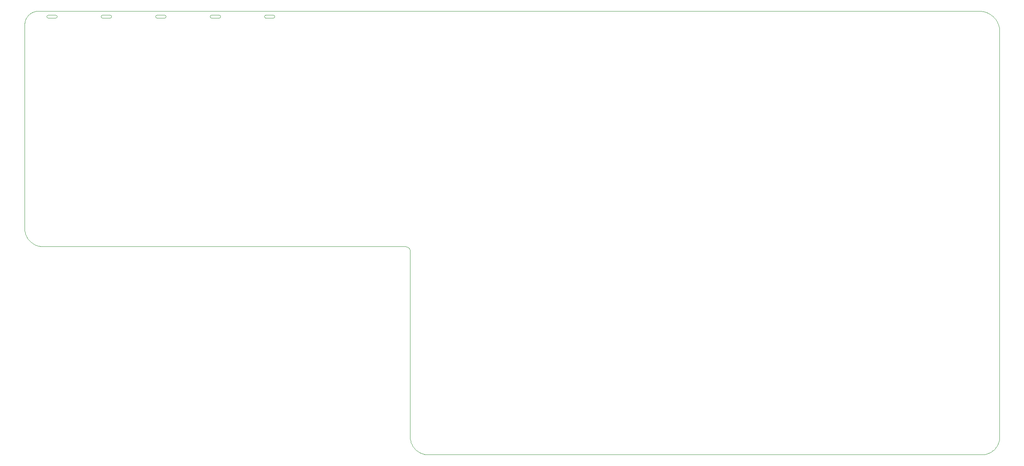
<source format=gko>
G04*
G04 #@! TF.GenerationSoftware,Altium Limited,Altium Designer,24.3.1 (35)*
G04*
G04 Layer_Color=16711935*
%FSLAX25Y25*%
%MOIN*%
G70*
G04*
G04 #@! TF.SameCoordinates,03FD84D8-87D8-4BCB-B200-23DCDFDCD728*
G04*
G04*
G04 #@! TF.FilePolarity,Positive*
G04*
G01*
G75*
%ADD17C,0.00394*%
D17*
X20472Y382482D02*
X19497Y382078D01*
X19093Y381102D01*
X19497Y380127D01*
X20472Y379723D01*
X26772D02*
X27747Y380127D01*
X28151Y381102D01*
X27747Y382078D01*
X26772Y382482D01*
X67716Y382482D02*
X66741Y382078D01*
X66337Y381102D01*
X66741Y380127D01*
X67716Y379723D01*
X74016D02*
X74991Y380127D01*
X75395Y381102D01*
X74991Y382078D01*
X74016Y382482D01*
X114961D02*
X113985Y382078D01*
X113581Y381102D01*
X113985Y380127D01*
X114961Y379723D01*
X121260D02*
X122235Y380127D01*
X122639Y381102D01*
X122235Y382078D01*
X121260Y382482D01*
X162205D02*
X161229Y382078D01*
X160825Y381102D01*
X161229Y380127D01*
X162205Y379723D01*
X168504D02*
X169479Y380127D01*
X169883Y381102D01*
X169479Y382078D01*
X168504Y382482D01*
X209449D02*
X208473Y382078D01*
X208069Y381102D01*
X208473Y380127D01*
X209449Y379723D01*
X215748D02*
X216723Y380127D01*
X217127Y381102D01*
X216723Y382078D01*
X215748Y382482D01*
X0Y196850D02*
X31Y195862D01*
X124Y194877D01*
X279Y193900D01*
X495Y192934D01*
X771Y191984D01*
X1106Y191053D01*
X1499Y190145D01*
X1948Y189264D01*
X2451Y188412D01*
X3008Y187594D01*
X3614Y186812D01*
X4268Y186070D01*
X4968Y185371D01*
X5710Y184716D01*
X6492Y184110D01*
X7310Y183554D01*
X8161Y183050D01*
X9043Y182601D01*
X9951Y182208D01*
X10882Y181873D01*
X11832Y181597D01*
X12797Y181381D01*
X13774Y181227D01*
X14759Y181133D01*
X15748Y181102D01*
X11811Y385827D02*
X10836Y385786D01*
X9867Y385666D01*
X8912Y385465D01*
X7976Y385187D01*
X7067Y384832D01*
X6190Y384403D01*
X5351Y383904D01*
X4557Y383336D01*
X3812Y382705D01*
X3121Y382015D01*
X2490Y381270D01*
X1923Y380476D01*
X1424Y379637D01*
X995Y378760D01*
X640Y377851D01*
X361Y376915D01*
X161Y375960D01*
X40Y374991D01*
X0Y374016D01*
X846457Y368110D02*
X846429Y369104D01*
X846345Y370094D01*
X846206Y371078D01*
X846012Y372053D01*
X845764Y373015D01*
X845463Y373962D01*
X845108Y374890D01*
X844702Y375797D01*
X844246Y376680D01*
X843741Y377536D01*
X843189Y378362D01*
X842591Y379156D01*
X841950Y379915D01*
X841268Y380638D01*
X840545Y381320D01*
X839786Y381961D01*
X838992Y382559D01*
X838166Y383111D01*
X837310Y383616D01*
X836427Y384072D01*
X835520Y384478D01*
X834592Y384833D01*
X833645Y385134D01*
X832683Y385383D01*
X831708Y385576D01*
X830724Y385715D01*
X829734Y385799D01*
X828740Y385827D01*
X830709Y0D02*
X831697Y31D01*
X832682Y124D01*
X833659Y279D01*
X834625Y495D01*
X835575Y771D01*
X836506Y1106D01*
X837414Y1499D01*
X838295Y1948D01*
X839147Y2451D01*
X839965Y3008D01*
X840747Y3614D01*
X841489Y4268D01*
X842188Y4968D01*
X842843Y5710D01*
X843449Y6492D01*
X844005Y7310D01*
X844509Y8161D01*
X844958Y9043D01*
X845351Y9951D01*
X845686Y10882D01*
X845962Y11832D01*
X846178Y12797D01*
X846332Y13774D01*
X846426Y14759D01*
X846457Y15748D01*
X334646D02*
X334677Y14759D01*
X334770Y13774D01*
X334925Y12797D01*
X335140Y11832D01*
X335416Y10882D01*
X335752Y9951D01*
X336144Y9043D01*
X336594Y8161D01*
X337097Y7310D01*
X337653Y6492D01*
X338260Y5710D01*
X338914Y4968D01*
X339613Y4268D01*
X340355Y3614D01*
X341137Y3008D01*
X341955Y2451D01*
X342807Y1948D01*
X343689Y1499D01*
X344596Y1106D01*
X345527Y771D01*
X346477Y495D01*
X347443Y279D01*
X348420Y124D01*
X349405Y31D01*
X350394Y0D01*
X334646Y177165D02*
X334511Y178184D01*
X334118Y179134D01*
X333492Y179949D01*
X332677Y180575D01*
X331728Y180968D01*
X330709Y181102D01*
X20472Y382482D02*
X26772D01*
X20472Y379723D02*
X26772D01*
X67716Y382482D02*
X74016D01*
X67716Y379723D02*
X74016D01*
X114961Y382482D02*
X121260D01*
X114961Y379723D02*
X121260D01*
X162205Y382482D02*
X168504D01*
X162205Y379723D02*
X168504Y379723D01*
X209449Y382482D02*
X215748D01*
X209449Y379723D02*
X215748D01*
X0Y196850D02*
Y374016D01*
X11811Y385827D02*
X828740D01*
X846457Y15748D02*
Y368110D01*
X350394Y-0D02*
X830709Y0D01*
X334646Y15748D02*
Y177165D01*
X15748Y181102D02*
X330709D01*
M02*

</source>
